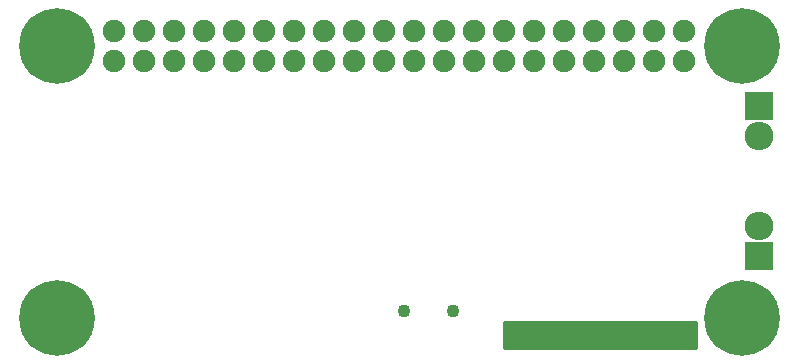
<source format=gbs>
G04 #@! TF.FileFunction,Soldermask,Bot*
%FSLAX46Y46*%
G04 Gerber Fmt 4.6, Leading zero omitted, Abs format (unit mm)*
G04 Created by KiCad (PCBNEW 4.0.0-stable) date Wednesday, July 20, 2016 'PMt' 02:43:05 PM*
%MOMM*%
G01*
G04 APERTURE LIST*
%ADD10C,0.100000*%
%ADD11C,6.400000*%
%ADD12R,2.432000X2.432000*%
%ADD13O,2.432000X2.432000*%
%ADD14C,1.100000*%
%ADD15C,1.900000*%
%ADD16C,0.254000*%
G04 APERTURE END LIST*
D10*
D11*
X3500000Y3500000D03*
D12*
X62980000Y21420000D03*
D13*
X62980000Y18880000D03*
D11*
X3500000Y26500000D03*
X61500000Y26500000D03*
X61500000Y3500000D03*
D14*
X37075000Y4022849D03*
X32925000Y4022849D03*
D12*
X62980000Y8720000D03*
D13*
X62980000Y11260000D03*
D15*
X8370000Y25230000D03*
X8370000Y27770000D03*
X10910000Y25230000D03*
X13450000Y25230000D03*
X15990000Y25230000D03*
X18530000Y25230000D03*
X21070000Y25230000D03*
X23610000Y25230000D03*
X26150000Y25230000D03*
X28690000Y25230000D03*
X31230000Y25230000D03*
X33770000Y25230000D03*
X36310000Y25230000D03*
X38850000Y25230000D03*
X10910000Y27770000D03*
X13450000Y27770000D03*
X15990000Y27770000D03*
X18530000Y27770000D03*
X21070000Y27770000D03*
X23610000Y27770000D03*
X26150000Y27770000D03*
X28690000Y27770000D03*
X31230000Y27770000D03*
X33770000Y27770000D03*
X36310000Y27770000D03*
X38850000Y27770000D03*
X41390000Y25230000D03*
X43930000Y25230000D03*
X46470000Y25230000D03*
X49010000Y25230000D03*
X51550000Y25230000D03*
X54090000Y25230000D03*
X56630000Y25230000D03*
X56630000Y27770000D03*
X54090000Y27770000D03*
X51550000Y27770000D03*
X49010000Y27770000D03*
X46470000Y27770000D03*
X43930000Y27770000D03*
X41390000Y27770000D03*
D16*
G36*
X57623000Y877000D02*
X41377000Y877000D01*
X41377000Y3123000D01*
X57623000Y3123000D01*
X57623000Y877000D01*
X57623000Y877000D01*
G37*
X57623000Y877000D02*
X41377000Y877000D01*
X41377000Y3123000D01*
X57623000Y3123000D01*
X57623000Y877000D01*
M02*

</source>
